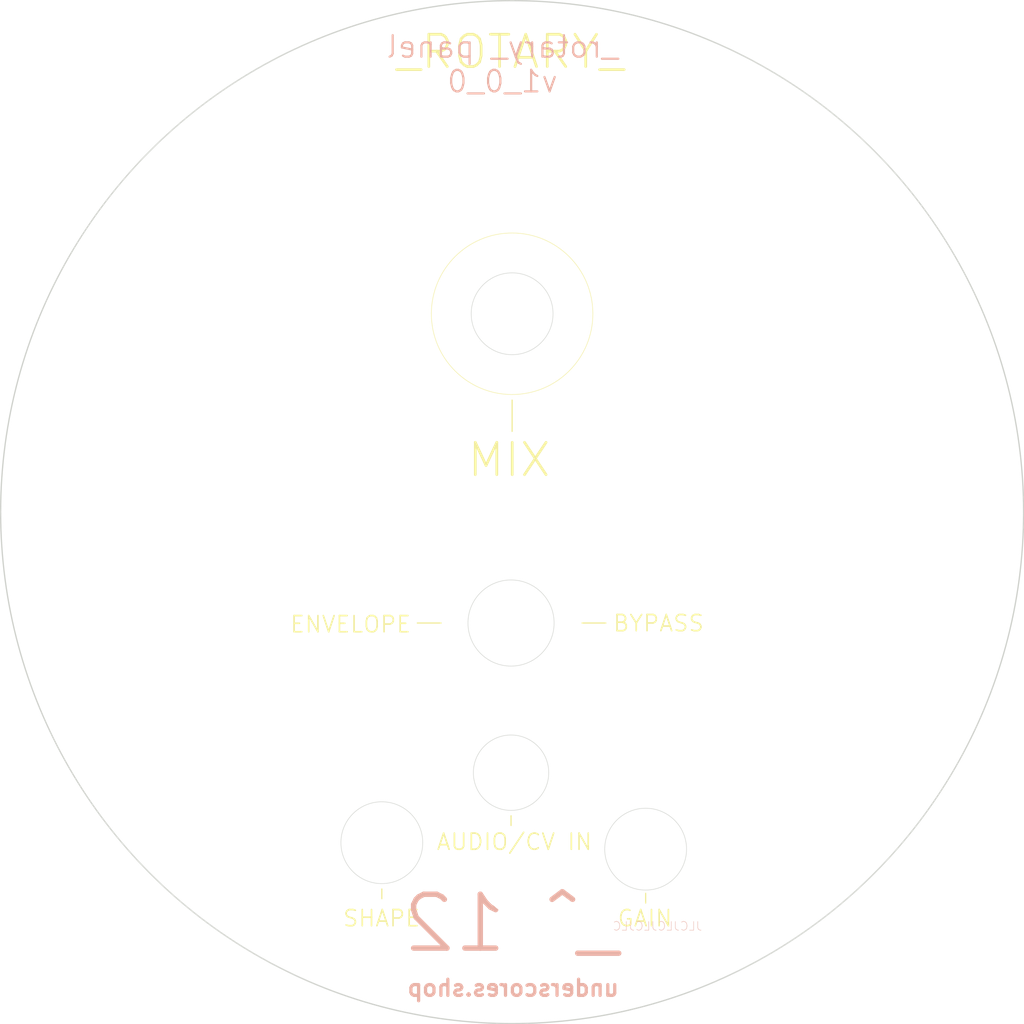
<source format=kicad_pcb>
(kicad_pcb (version 20221018) (generator pcbnew)
  (layers (0 "F.Cu" signal) (31 "B.Cu" signal) (34 "B.Paste" user) (35 "F.Paste" user) (36 "B.SilkS" user "B.Silkscreen") (37 "F.SilkS" user "F.Silkscreen") (38 "B.Mask" user) (39 "F.Mask" user) (44 "Edge.Cuts" user))
  (net 0 "")
  (footprint "MountingHole:MountingHole_4.3mm_M4" (layer "F.Cu") (at 99.9 135.1)
    (fp_text reference "REF**" hide)
    (fp_text value "MountingHole_4.3mm_M4" hide)
    (pad "" np_thru_hole circle (at 0 0) (size 4.3 4.3) (drill 4.3) (layers "*.Cu" "*.Mask"))
  )
  (footprint "MountingHole:MountingHole_4.3mm_M4" (layer "F.Cu") (at 69.5 130.5)
    (fp_text reference "REF**" hide)
    (fp_text value "MountingHole_4.3mm_M4" hide)
    (pad "" np_thru_hole circle (at 0 0) (size 4.3 4.3) (drill 4.3) (layers "*.Cu" "*.Mask"))
  )
  (footprint "MountingHole:MountingHole_4.3mm_M4" (layer "F.Cu") (at 130.5 69.5)
    (fp_text reference "REF**" hide)
    (fp_text value "MountingHole_4.3mm_M4" hide)
    (pad "" np_thru_hole circle (at 0 0) (size 4.3 4.3) (drill 4.3) (layers "*.Cu" "*.Mask"))
  )
  (footprint "MountingHole:MountingHole_4.3mm_M4" (layer "F.Cu") (at 99.95 65.05)
    (fp_text reference "REF**" hide)
    (fp_text value "MountingHole_4.3mm_M4" hide)
    (pad "" np_thru_hole circle (at 0 0) (size 4.3 4.3) (drill 4.3) (layers "*.Cu" "*.Mask"))
  )
  (footprint "MountingHole:MountingHole_4.3mm_M4" (layer "F.Cu") (at 69.5 69.6)
    (fp_text reference "REF**" hide)
    (fp_text value "MountingHole_4.3mm_M4" hide)
    (pad "" np_thru_hole circle (at 0 0) (size 4.3 4.3) (drill 4.3) (layers "*.Cu" "*.Mask"))
  )
  (footprint "MountingHole:MountingHole_4.3mm_M4" (layer "F.Cu") (at 130.5 130.5)
    (fp_text reference "REF**" hide)
    (fp_text value "MountingHole_4.3mm_M4" hide)
    (pad "" np_thru_hole circle (at 0 0) (size 4.3 4.3) (drill 4.3) (layers "*.Cu" "*.Mask"))
  )
  (gr_line (start 112.4 135.4) (end 112.4 136.3) (stroke (width 0.12)) (layer "F.SilkS"))
  (gr_line (start 91.2 110.3) (end 93.4 110.3) (stroke (width 0.12)) (layer "F.SilkS"))
  (gr_line (start 87.9 135) (end 87.9 135.9) (stroke (width 0.12)) (layer "F.SilkS"))
  (gr_line (start 99.9 128.2) (end 99.9 129.1) (stroke (width 0.12)) (layer "F.SilkS"))
  (gr_line (start 100 89.6) (end 100 92.5) (stroke (width 0.12)) (layer "F.SilkS"))
  (gr_line (start 106.5 110.3) (end 108.7 110.3) (stroke (width 0.12)) (layer "F.SilkS"))
  (gr_circle (center 100 81.579006) (end 107.5 81.579006) (stroke (width 0.05)) (fill none) (layer "F.SilkS"))
  (gr_circle (center 87.9 130.7) (end 91.7 130.7) (stroke (width 0.05)) (fill none) (layer "Edge.Cuts"))
  (gr_circle (center 99.9 110.3) (end 103.9 110.3) (stroke (width 0.05)) (fill none) (layer "Edge.Cuts"))
  (gr_circle (center 100 100) (end 147.5 100) (stroke (width 0.12)) (fill none) (layer "Edge.Cuts"))
  (gr_circle (center 99.9 124.2) (end 103.4 124.2) (stroke (width 0.05)) (fill none) (layer "Edge.Cuts"))
  (gr_circle (center 100 81.579006) (end 103.8 81.579006) (stroke (width 0.05)) (fill none) (layer "Edge.Cuts"))
  (gr_circle (center 112.4 131.3) (end 116.2 131.3) (stroke (width 0.05)) (fill none) (layer "Edge.Cuts"))
  (gr_text "_^ 12" (at 99.9 138.2) (layer "B.SilkS") (effects (font (size 5 5) (thickness 0.5)) (justify mirror)))
  (gr_text "_rotary_ panel\nv1_0_0" (at 99.1 58.4) (layer "B.SilkS") (effects (font (size 2 2) (thickness 0.2)) (justify mirror)))
  (gr_text "underscores.shop" (at 100.1 144.2) (layer "B.SilkS") (effects (font (size 1.5 1.5) (thickness 0.3)) (justify mirror)))
  (gr_text "JLCJLCJLCJLC" (at 113.5 138.45) (layer "B.SilkS") (effects (font (size 0.81 0.81) (thickness 0.04)) (justify mirror)))
  (gr_text "MIX" (at 95.7 96.9) (layer "F.SilkS") (effects (font (size 3 3) (thickness 0.25)) (justify left bottom)))
  (gr_text "GAIN" (at 109.7 138.6) (layer "F.SilkS") (effects (font (size 1.5 1.5)) (justify left bottom)))
  (gr_text "BYPASS" (at 113.6 111.2) (layer "F.SilkS") (effects (font (size 1.5 1.5)) (justify bottom)))
  (gr_text "ENVELOPE" (at 85 111.3) (layer "F.SilkS") (effects (font (size 1.5 1.5)) (justify bottom)))
  (gr_text "AUDIO/CV IN" (at 92.9 131.5) (layer "F.SilkS") (effects (font (size 1.5 1.5)) (justify left bottom)))
  (gr_text "_ROTARY_" (at 89.1 59) (layer "F.SilkS") (effects (font (size 3 3) (thickness 0.25)) (justify left bottom)))
  (gr_text "SHAPE" (at 84.2 138.6) (layer "F.SilkS") (effects (font (size 1.5 1.5)) (justify left bottom)))
)
</source>
